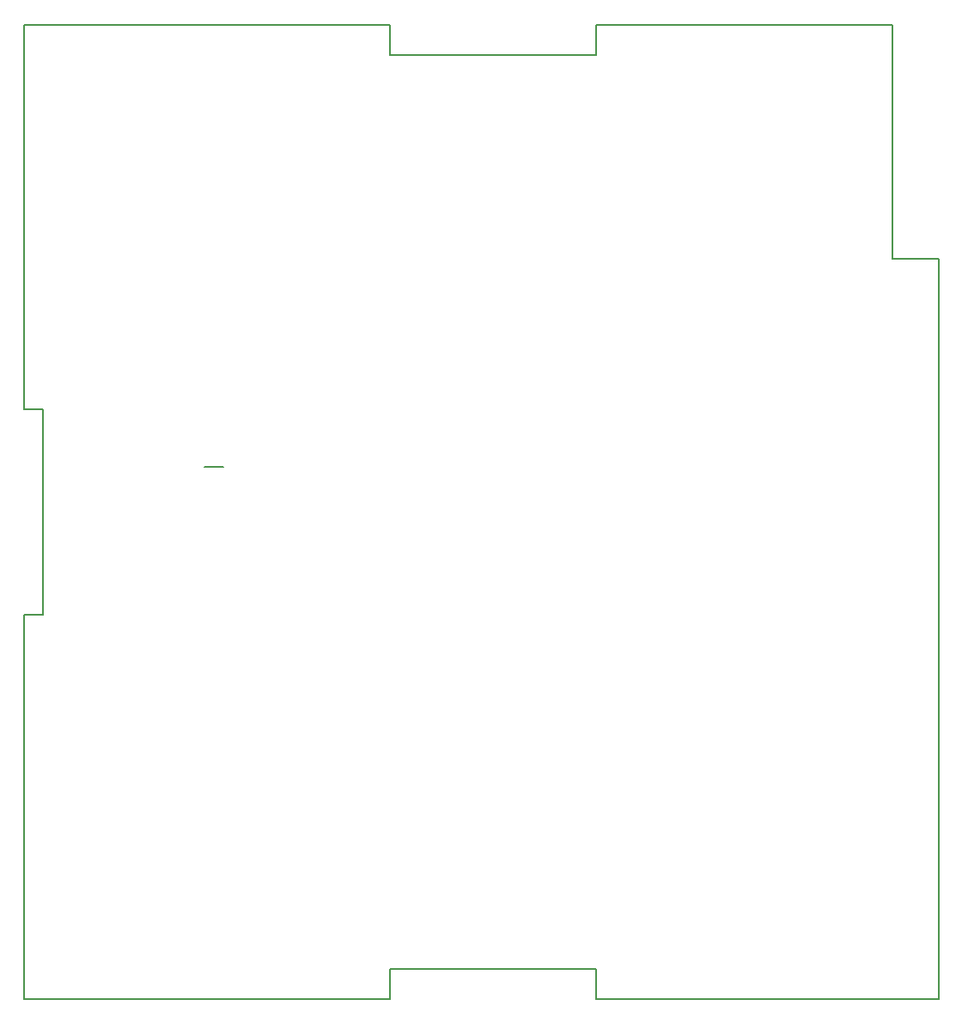
<source format=gm1>
%TF.GenerationSoftware,KiCad,Pcbnew,5.0.0*%
%TF.CreationDate,2018-07-30T09:05:39-05:00*%
%TF.ProjectId,motherboard,6D6F74686572626F6172642E6B696361,rev?*%
%TF.SameCoordinates,Original*%
%TF.FileFunction,Profile,NP*%
%FSLAX46Y46*%
G04 Gerber Fmt 4.6, Leading zero omitted, Abs format (unit mm)*
G04 Created by KiCad (PCBNEW 5.0.0) date Mon Jul 30 09:05:39 2018*
%MOMM*%
%LPD*%
G01*
G04 APERTURE LIST*
%ADD10C,0.150000*%
G04 APERTURE END LIST*
D10*
X113030000Y-84201000D02*
X114935000Y-84201000D01*
X149098000Y-46355000D02*
X149098000Y-49276000D01*
X203200000Y-69342000D02*
X203200000Y-142240000D01*
X198628000Y-46355000D02*
X169418000Y-46355000D01*
X198628000Y-69342000D02*
X198628000Y-46355000D01*
X198755000Y-69342000D02*
X198628000Y-69342000D01*
X203200000Y-69342000D02*
X198755000Y-69342000D01*
X113030000Y-84150200D02*
X113030000Y-46355000D01*
X132715000Y-89865200D02*
X130810000Y-89865200D01*
X114935000Y-104444800D02*
X114935000Y-84150200D01*
X113030000Y-104444800D02*
X114935000Y-104444800D01*
X113030000Y-142240000D02*
X113030000Y-104444800D01*
X169418000Y-49276000D02*
X169418000Y-46355000D01*
X168910000Y-49276000D02*
X169418000Y-49276000D01*
X149098000Y-49276000D02*
X168910000Y-49276000D01*
X113030000Y-46355000D02*
X149098000Y-46355000D01*
X169418000Y-142240000D02*
X203200000Y-142240000D01*
X149098000Y-142240000D02*
X113030000Y-142240000D01*
X169418000Y-139319000D02*
X169418000Y-142240000D01*
X149098000Y-139319000D02*
X169418000Y-139319000D01*
X149098000Y-142240000D02*
X149098000Y-139319000D01*
M02*

</source>
